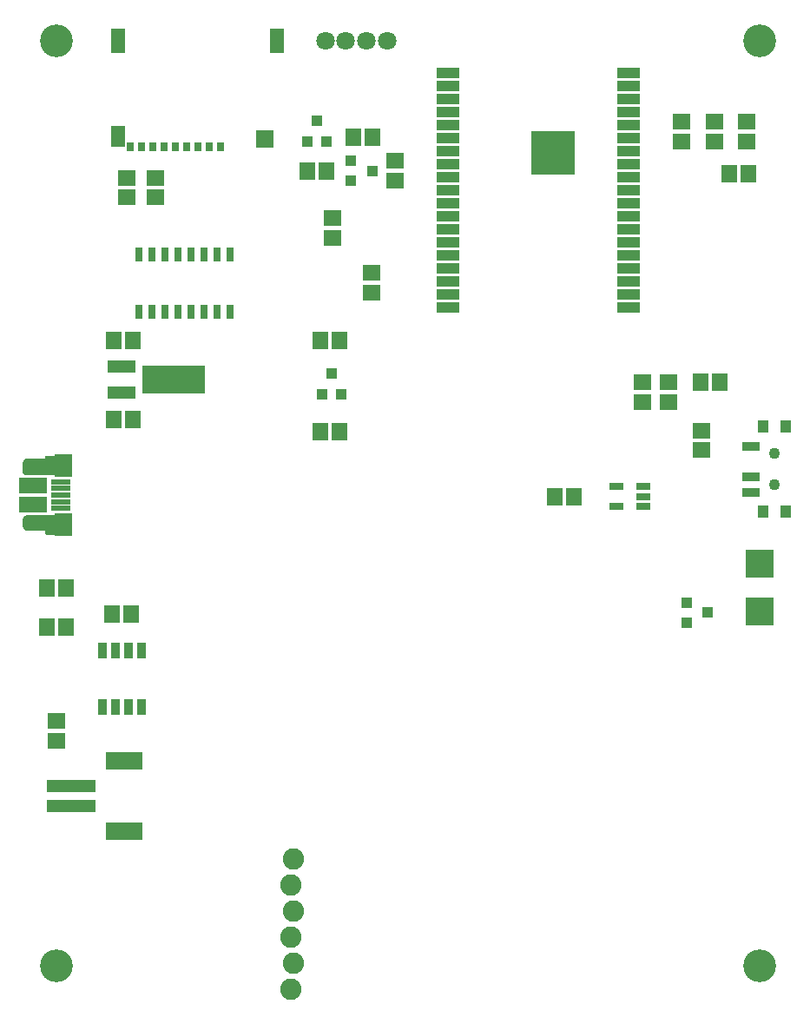
<source format=gbr>
G04 EAGLE Gerber RS-274X export*
G75*
%MOMM*%
%FSLAX34Y34*%
%LPD*%
%INSoldermask Bottom*%
%IPPOS*%
%AMOC8*
5,1,8,0,0,1.08239X$1,22.5*%
G01*
%ADD10R,2.203200X1.103200*%
%ADD11R,4.203200X4.203200*%
%ADD12R,1.703200X1.503200*%
%ADD13R,1.503200X1.703200*%
%ADD14R,4.803200X1.203200*%
%ADD15R,3.603200X1.803200*%
%ADD16R,2.743200X2.743200*%
%ADD17R,1.003200X1.103200*%
%ADD18R,1.003200X1.203200*%
%ADD19R,1.703200X0.903200*%
%ADD20C,1.103200*%
%ADD21R,1.092200X0.990600*%
%ADD22R,0.703200X0.953200*%
%ADD23R,1.403200X2.003200*%
%ADD24R,1.403200X2.403200*%
%ADD25R,1.803200X1.703200*%
%ADD26R,1.403200X0.753200*%
%ADD27C,3.203200*%
%ADD28R,0.803200X1.403200*%
%ADD29R,0.903200X1.503200*%
%ADD30R,1.953200X0.603200*%
%ADD31R,1.663200X2.203200*%
%ADD32R,2.703200X1.628200*%
%ADD33R,2.703200X1.203200*%
%ADD34R,6.203200X2.703200*%
%ADD35R,1.103200X1.003200*%
%ADD36C,2.082800*%
%ADD37C,1.803200*%

G36*
X35665Y516064D02*
X35665Y516064D01*
X35670Y516063D01*
X35763Y516084D01*
X35857Y516102D01*
X35861Y516105D01*
X35866Y516106D01*
X35944Y516162D01*
X36022Y516215D01*
X36025Y516219D01*
X36029Y516222D01*
X36080Y516304D01*
X36132Y516383D01*
X36132Y516388D01*
X36135Y516393D01*
X36167Y516570D01*
X36167Y534570D01*
X36166Y534575D01*
X36167Y534580D01*
X36146Y534673D01*
X36128Y534767D01*
X36125Y534771D01*
X36124Y534776D01*
X36068Y534854D01*
X36015Y534932D01*
X36011Y534935D01*
X36008Y534939D01*
X35926Y534990D01*
X35847Y535042D01*
X35842Y535042D01*
X35837Y535045D01*
X35660Y535077D01*
X27660Y535077D01*
X27655Y535076D01*
X27650Y535077D01*
X27557Y535056D01*
X27464Y535038D01*
X27459Y535035D01*
X27454Y535034D01*
X27376Y534978D01*
X27298Y534925D01*
X27295Y534921D01*
X27291Y534918D01*
X27240Y534836D01*
X27188Y534757D01*
X27188Y534752D01*
X27185Y534747D01*
X27153Y534570D01*
X27153Y532077D01*
X8660Y532077D01*
X8607Y532067D01*
X8533Y532061D01*
X7766Y531862D01*
X7722Y531840D01*
X7660Y531821D01*
X6957Y531457D01*
X6919Y531426D01*
X6863Y531393D01*
X6259Y530882D01*
X6228Y530843D01*
X6181Y530799D01*
X5706Y530166D01*
X5685Y530121D01*
X5649Y530068D01*
X5326Y529345D01*
X5316Y529296D01*
X5292Y529236D01*
X5139Y528459D01*
X5139Y528410D01*
X5129Y528346D01*
X5153Y527562D01*
X5153Y519570D01*
X5158Y519544D01*
X5156Y519513D01*
X5231Y518846D01*
X5246Y518799D01*
X5256Y518735D01*
X5478Y518101D01*
X5504Y518058D01*
X5528Y517998D01*
X5885Y517430D01*
X5919Y517394D01*
X5956Y517341D01*
X6431Y516866D01*
X6472Y516838D01*
X6520Y516795D01*
X7088Y516438D01*
X7135Y516420D01*
X7191Y516388D01*
X7825Y516166D01*
X7874Y516160D01*
X7936Y516141D01*
X8603Y516066D01*
X8630Y516068D01*
X8660Y516063D01*
X35660Y516063D01*
X35665Y516064D01*
G37*
G36*
X35665Y458064D02*
X35665Y458064D01*
X35670Y458063D01*
X35763Y458084D01*
X35857Y458102D01*
X35861Y458105D01*
X35866Y458106D01*
X35944Y458162D01*
X36022Y458215D01*
X36025Y458219D01*
X36029Y458222D01*
X36080Y458304D01*
X36132Y458383D01*
X36132Y458388D01*
X36135Y458393D01*
X36167Y458570D01*
X36167Y476570D01*
X36166Y476575D01*
X36167Y476580D01*
X36146Y476673D01*
X36128Y476767D01*
X36125Y476771D01*
X36124Y476776D01*
X36068Y476854D01*
X36015Y476932D01*
X36011Y476935D01*
X36008Y476939D01*
X35926Y476990D01*
X35847Y477042D01*
X35842Y477042D01*
X35837Y477045D01*
X35660Y477077D01*
X9668Y477077D01*
X8884Y477101D01*
X8835Y477092D01*
X8771Y477091D01*
X7994Y476938D01*
X7948Y476919D01*
X7886Y476904D01*
X7162Y476582D01*
X7122Y476553D01*
X7064Y476524D01*
X6431Y476049D01*
X6398Y476012D01*
X6348Y475971D01*
X5837Y475367D01*
X5813Y475324D01*
X5773Y475273D01*
X5409Y474570D01*
X5395Y474522D01*
X5368Y474464D01*
X5169Y473698D01*
X5166Y473644D01*
X5153Y473570D01*
X5153Y466570D01*
X5158Y466544D01*
X5156Y466513D01*
X5256Y465623D01*
X5271Y465576D01*
X5282Y465512D01*
X5577Y464667D01*
X5603Y464624D01*
X5627Y464565D01*
X6103Y463806D01*
X6137Y463770D01*
X6174Y463717D01*
X6807Y463084D01*
X6849Y463057D01*
X6896Y463013D01*
X7655Y462537D01*
X7701Y462519D01*
X7757Y462487D01*
X8602Y462192D01*
X8651Y462185D01*
X8713Y462166D01*
X9603Y462066D01*
X9630Y462068D01*
X9660Y462063D01*
X27153Y462063D01*
X27153Y458570D01*
X27154Y458565D01*
X27153Y458560D01*
X27174Y458467D01*
X27192Y458374D01*
X27195Y458369D01*
X27196Y458364D01*
X27252Y458286D01*
X27305Y458208D01*
X27309Y458205D01*
X27312Y458201D01*
X27394Y458150D01*
X27473Y458098D01*
X27478Y458098D01*
X27483Y458095D01*
X27660Y458063D01*
X35660Y458063D01*
X35665Y458064D01*
G37*
D10*
X596100Y908100D03*
X596100Y895400D03*
X596100Y882700D03*
X596100Y870000D03*
X596100Y857300D03*
X596100Y844600D03*
X596100Y831900D03*
X596100Y819200D03*
X596100Y806500D03*
X596100Y793800D03*
X596100Y781100D03*
X596100Y768400D03*
X596100Y755700D03*
X596100Y743000D03*
X596100Y730300D03*
X596100Y717600D03*
X596100Y704900D03*
X596100Y692200D03*
X596100Y679500D03*
X419900Y679500D03*
X419900Y692200D03*
X419900Y704900D03*
X419900Y717600D03*
X419900Y730300D03*
X419900Y743000D03*
X419900Y755700D03*
X419900Y768400D03*
X419900Y781100D03*
X419900Y793800D03*
X419900Y806500D03*
X419900Y819200D03*
X419900Y831900D03*
X419900Y844600D03*
X419900Y857300D03*
X419900Y870000D03*
X419900Y882700D03*
X419900Y895400D03*
X419900Y908100D03*
D11*
X521800Y830200D03*
D12*
X666750Y559410D03*
X666750Y540410D03*
X106680Y786790D03*
X106680Y805790D03*
D13*
X666140Y607060D03*
X685140Y607060D03*
D12*
X609600Y606400D03*
X609600Y587400D03*
X647700Y860400D03*
X647700Y841400D03*
D13*
X713080Y810260D03*
X694080Y810260D03*
D14*
X51900Y193200D03*
X51900Y213200D03*
D15*
X103900Y169200D03*
X103900Y237200D03*
D16*
X723900Y429895D03*
X723900Y382905D03*
D17*
X315570Y594520D03*
X296570Y594520D03*
X306070Y615520D03*
D12*
X635000Y587400D03*
X635000Y606400D03*
X711200Y860400D03*
X711200Y841400D03*
X679450Y841400D03*
X679450Y860400D03*
D13*
X314300Y647700D03*
X295300Y647700D03*
X295300Y558800D03*
X314300Y558800D03*
X542900Y495300D03*
X523900Y495300D03*
D18*
X726870Y563470D03*
X748870Y563470D03*
X748870Y480470D03*
X726870Y480470D03*
D19*
X715370Y544470D03*
X715370Y514470D03*
X715370Y499470D03*
D20*
X737870Y536970D03*
X737870Y506970D03*
D21*
X652780Y372364D03*
X652780Y391668D03*
X673100Y382016D03*
D22*
X109850Y835950D03*
X120850Y835950D03*
X131850Y835950D03*
X142850Y835950D03*
X153850Y835950D03*
X164850Y835950D03*
X175850Y835950D03*
X186850Y835950D03*
X197850Y835950D03*
D23*
X97850Y846200D03*
D24*
X97850Y939200D03*
D25*
X241100Y843700D03*
D24*
X252850Y939200D03*
D26*
X609901Y504800D03*
X609901Y495300D03*
X609901Y485800D03*
X583899Y485800D03*
X583899Y504800D03*
D27*
X38100Y38100D03*
X38100Y939800D03*
X723900Y38100D03*
X723900Y939800D03*
D12*
X345440Y694080D03*
X345440Y713080D03*
X307340Y766420D03*
X307340Y747420D03*
X134620Y786790D03*
X134620Y805790D03*
D28*
X207010Y675580D03*
X194310Y675580D03*
X181610Y675580D03*
X168910Y675580D03*
X156210Y675580D03*
X143510Y675580D03*
X130810Y675580D03*
X118110Y675580D03*
X118110Y731580D03*
X130810Y731580D03*
X143510Y731580D03*
X156210Y731580D03*
X168910Y731580D03*
X181610Y731580D03*
X194310Y731580D03*
X207010Y731580D03*
D29*
X95250Y290000D03*
X82550Y290000D03*
X107950Y290000D03*
X120650Y290000D03*
X95250Y345000D03*
X82550Y345000D03*
X107950Y345000D03*
X120650Y345000D03*
D30*
X41910Y496570D03*
X41910Y490070D03*
X41910Y509570D03*
X41910Y503070D03*
D31*
X44660Y525570D03*
X44660Y467570D03*
D32*
X15160Y486945D03*
X15160Y506195D03*
D30*
X41910Y483570D03*
D33*
X101600Y596900D03*
X101600Y622300D03*
D34*
X152400Y609600D03*
D13*
X112370Y570230D03*
X93370Y570230D03*
X112370Y647700D03*
X93370Y647700D03*
X111100Y381000D03*
X92100Y381000D03*
X47600Y406400D03*
X28600Y406400D03*
D12*
X38100Y257200D03*
X38100Y276200D03*
D13*
X28600Y368300D03*
X47600Y368300D03*
D12*
X368300Y822300D03*
X368300Y803300D03*
D17*
X301600Y840900D03*
X282600Y840900D03*
X292100Y861900D03*
D35*
X325280Y803300D03*
X325280Y822300D03*
X346280Y812800D03*
D13*
X327050Y845820D03*
X346050Y845820D03*
X301600Y812800D03*
X282600Y812800D03*
D36*
X269240Y142240D03*
X266700Y116840D03*
X269240Y91440D03*
X266700Y66040D03*
X269240Y40640D03*
X266700Y15240D03*
D37*
X300200Y939800D03*
X320200Y939800D03*
X340200Y939800D03*
X360200Y939800D03*
M02*

</source>
